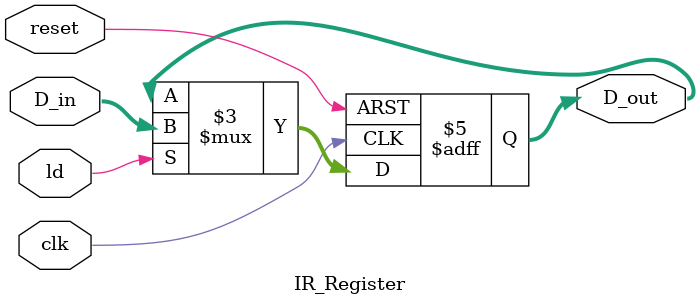
<source format=v>
`timescale 1ns / 1ps
module IR_Register(clk, reset, D_in, ld, D_out);

   input    clk, reset, ld;
   input    [15:0] D_in;
   output    [15:0] D_out;
   reg       [15:0] D_out;

   //Create the register files used in the CPU_EU module
   always@ (posedge clk or posedge reset)begin
      if (reset)
         D_out <= 16'b0;
      else
         if (ld)
            D_out <= D_in;   
         else
            D_out <= D_out;
   end

endmodule


</source>
